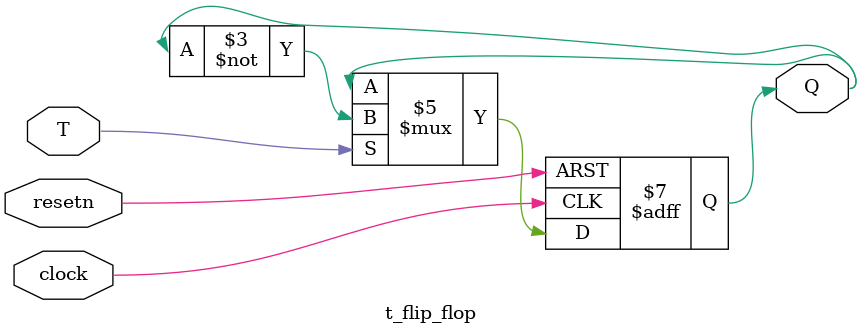
<source format=v>
module part1(Clock, Enable, Clear_b, CounterValue);
	input Clock, Enable, Clear_b;
	output[7:0] CounterValue;
	
	t_flip_flop t0(.clock(Clock),.resetn(Clear_b),.T(Enable),.Q(CounterValue[0]));
	t_flip_flop t1(.clock(Clock),.resetn(Clear_b),.T((CounterValue[0] && Enable)),.Q(CounterValue[1]));
	t_flip_flop t2(.clock(Clock),.resetn(Clear_b),.T((CounterValue[1] && CounterValue[0] && Enable)),.Q(CounterValue[2]));
	t_flip_flop t3(.clock(Clock),.resetn(Clear_b),.T((CounterValue[2] && CounterValue[1] && CounterValue[0] && Enable)),.Q(CounterValue[3]));
	t_flip_flop t4(.clock(Clock),.resetn(Clear_b),.T((CounterValue[3] && CounterValue[2] && CounterValue[1] && CounterValue[0] && Enable)),.Q(CounterValue[4]));
	t_flip_flop t5(.clock(Clock),.resetn(Clear_b),.T((CounterValue[4] && CounterValue[3] && CounterValue[2] && CounterValue[1] && CounterValue[0] && Enable)),.Q(CounterValue[5]));
	t_flip_flop t6(.clock(Clock),.resetn(Clear_b),.T((CounterValue[5] && CounterValue[4] && CounterValue[3] && CounterValue[2] && CounterValue[1] && CounterValue[0] && Enable)),.Q(CounterValue[6]));
	t_flip_flop t7(.clock(Clock),.resetn(Clear_b),.T((CounterValue[6] && CounterValue[5] && CounterValue[4] && CounterValue[3] && CounterValue[2] && CounterValue[1] && CounterValue[0] && Enable)),.Q(CounterValue[7]));
	
	
endmodule
		
		
module t_flip_flop(clock, resetn, T, Q);
	input clock, resetn, T;
	output reg Q;
	always @(posedge clock, negedge resetn)
		begin
		
		if(resetn == 0)
		Q <= 0;
		
		else if(T)
		Q <= ~Q;
		
		else
		Q <= Q;
		
		end
		
endmodule
</source>
